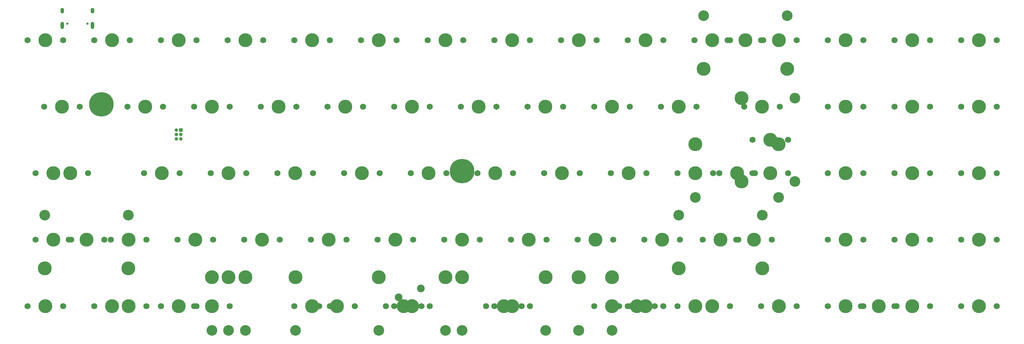
<source format=gbr>
%TF.GenerationSoftware,KiCad,Pcbnew,(7.0.0)*%
%TF.CreationDate,2023-04-22T21:53:19+02:00*%
%TF.ProjectId,qazimodo,71617a69-6d6f-4646-9f2e-6b696361645f,rev?*%
%TF.SameCoordinates,Original*%
%TF.FileFunction,Soldermask,Top*%
%TF.FilePolarity,Negative*%
%FSLAX46Y46*%
G04 Gerber Fmt 4.6, Leading zero omitted, Abs format (unit mm)*
G04 Created by KiCad (PCBNEW (7.0.0)) date 2023-04-22 21:53:19*
%MOMM*%
%LPD*%
G01*
G04 APERTURE LIST*
%ADD10C,1.750000*%
%ADD11C,3.987800*%
%ADD12C,3.048000*%
%ADD13C,4.000000*%
%ADD14C,2.200000*%
%ADD15C,1.000000*%
%ADD16C,7.001300*%
%ADD17C,7.000240*%
%ADD18C,0.650000*%
%ADD19O,1.000000X1.600000*%
%ADD20O,1.000000X2.100000*%
%ADD21O,1.000000X1.000000*%
%ADD22R,1.000000X1.000000*%
G04 APERTURE END LIST*
D10*
%TO.C,MX3*%
X88582500Y-55562500D03*
D11*
X93662500Y-55562500D03*
D10*
X98742500Y-55562500D03*
%TD*%
%TO.C,MX68*%
X317182500Y-131762500D03*
D11*
X322262500Y-131762500D03*
D10*
X327342500Y-131762500D03*
%TD*%
D11*
%TO.C,MX61*%
X174663687Y-123507500D03*
D12*
X174663687Y-138747500D03*
D10*
X181489937Y-131762500D03*
D11*
X186569937Y-131762500D03*
D10*
X191649937Y-131762500D03*
D11*
X198476187Y-123507500D03*
D12*
X198476187Y-138747500D03*
%TD*%
D10*
%TO.C,MX52*%
X279082500Y-112712500D03*
D11*
X284162500Y-112712500D03*
D10*
X289242500Y-112712500D03*
%TD*%
%TO.C,MX34*%
X140970000Y-93662500D03*
D11*
X146050000Y-93662500D03*
D10*
X151130000Y-93662500D03*
%TD*%
%TO.C,MX9*%
X202882500Y-55562500D03*
D11*
X207962500Y-55562500D03*
D10*
X213042500Y-55562500D03*
%TD*%
%TO.C,MX14*%
X298132500Y-55562500D03*
D11*
X303212500Y-55562500D03*
D10*
X308292500Y-55562500D03*
%TD*%
%TO.C,MX27*%
X279082500Y-74612500D03*
D11*
X284162500Y-74612500D03*
D10*
X289242500Y-74612500D03*
%TD*%
%TO.C,MX30a1*%
X52795628Y-93662501D03*
D11*
X57875628Y-93662501D03*
D10*
X62955628Y-93662501D03*
%TD*%
%TO.C,MX42*%
X317182500Y-93662500D03*
D11*
X322262500Y-93662500D03*
D10*
X327342500Y-93662500D03*
%TD*%
%TO.C,MX39a1*%
X236220000Y-93662500D03*
D11*
X241300000Y-93662500D03*
D10*
X246380000Y-93662500D03*
%TD*%
%TO.C,MX50*%
X207645000Y-112712500D03*
D11*
X212725000Y-112712500D03*
D10*
X217805000Y-112712500D03*
%TD*%
D11*
%TO.C,MX60b1*%
X112712500Y-123507500D03*
D12*
X112712500Y-138747500D03*
D10*
X155257500Y-131762500D03*
D11*
X160337500Y-131762500D03*
D10*
X165417500Y-131762500D03*
D11*
X207962500Y-123507500D03*
D12*
X207962500Y-138747500D03*
%TD*%
D10*
%TO.C,MX25*%
X231457500Y-74612500D03*
D11*
X236537500Y-74612500D03*
D10*
X241617500Y-74612500D03*
%TD*%
%TO.C,MX11*%
X240982500Y-55562500D03*
D11*
X246062500Y-55562500D03*
D10*
X251142500Y-55562500D03*
%TD*%
%TO.C,MX62*%
X212407500Y-131762500D03*
D11*
X217487500Y-131762500D03*
D10*
X222567500Y-131762500D03*
%TD*%
%TO.C,MX41*%
X298132500Y-93662500D03*
D11*
X303212500Y-93662500D03*
D10*
X308292500Y-93662500D03*
%TD*%
%TO.C,MX54*%
X317182500Y-112712500D03*
D11*
X322262500Y-112712500D03*
D10*
X327342500Y-112712500D03*
%TD*%
D12*
%TO.C,MX12a1*%
X243681250Y-48577500D03*
D11*
X243681250Y-63817500D03*
D10*
X250507500Y-55562500D03*
D11*
X255587500Y-55562500D03*
D10*
X260667500Y-55562500D03*
D12*
X267493750Y-48577500D03*
D11*
X267493750Y-63817500D03*
%TD*%
D13*
%TO.C,MX60c1*%
X160337500Y-131762500D03*
D14*
X156527500Y-129222500D03*
X162877500Y-126682500D03*
%TD*%
D10*
%TO.C,MX45*%
X112395000Y-112712500D03*
D11*
X117475000Y-112712500D03*
D10*
X122555000Y-112712500D03*
%TD*%
%TO.C,MX67*%
X298132500Y-131762500D03*
D11*
X303212500Y-131762500D03*
D10*
X308292500Y-131762500D03*
%TD*%
%TO.C,MX53*%
X298132500Y-112712500D03*
D11*
X303212500Y-112712500D03*
D10*
X308292500Y-112712500D03*
%TD*%
%TO.C,MX33*%
X121920000Y-93662500D03*
D11*
X127000000Y-93662500D03*
D10*
X132080000Y-93662500D03*
%TD*%
%TO.C,MX8*%
X183832500Y-55562500D03*
D11*
X188912500Y-55562500D03*
D10*
X193992500Y-55562500D03*
%TD*%
%TO.C,MX38*%
X217170000Y-93662500D03*
D11*
X222250000Y-93662500D03*
D10*
X227330000Y-93662500D03*
%TD*%
%TO.C,MX48*%
X169545000Y-112712500D03*
D11*
X174625000Y-112712500D03*
D10*
X179705000Y-112712500D03*
%TD*%
%TO.C,MX19*%
X117157500Y-74612500D03*
D11*
X122237500Y-74612500D03*
D10*
X127317500Y-74612500D03*
%TD*%
D11*
%TO.C,MX26a1*%
X254444500Y-72199500D03*
X254444500Y-96075500D03*
D10*
X257619500Y-84137500D03*
D11*
X262699500Y-84137500D03*
D10*
X267779500Y-84137500D03*
D12*
X269684500Y-72199500D03*
X269684500Y-96075500D03*
%TD*%
D10*
%TO.C,MX10*%
X221932500Y-55562500D03*
D11*
X227012500Y-55562500D03*
D10*
X232092500Y-55562500D03*
%TD*%
%TO.C,MX21*%
X155257500Y-74612500D03*
D11*
X160337500Y-74612500D03*
D10*
X165417500Y-74612500D03*
%TD*%
%TO.C,MX66a1*%
X288607500Y-131762500D03*
D11*
X293687500Y-131762500D03*
D10*
X298767500Y-131762500D03*
%TD*%
%TO.C,MX37*%
X198120000Y-93662500D03*
D11*
X203200000Y-93662500D03*
D10*
X208280000Y-93662500D03*
%TD*%
%TO.C,MX64*%
X236220000Y-131762500D03*
D11*
X241300000Y-131762500D03*
D10*
X246380000Y-131762500D03*
%TD*%
%TO.C,MX46*%
X131445000Y-112712500D03*
D11*
X136525000Y-112712500D03*
D10*
X141605000Y-112712500D03*
%TD*%
D11*
%TO.C,MX39*%
X241268250Y-85407500D03*
D12*
X241268250Y-100647500D03*
D10*
X248094500Y-93662500D03*
D11*
X253174500Y-93662500D03*
D10*
X258254500Y-93662500D03*
D11*
X265080750Y-85407500D03*
D12*
X265080750Y-100647500D03*
%TD*%
D10*
%TO.C,MX44*%
X93345000Y-112712500D03*
D11*
X98425000Y-112712500D03*
D10*
X103505000Y-112712500D03*
%TD*%
%TO.C,MX26*%
X255270000Y-74612500D03*
D11*
X260350000Y-74612500D03*
D10*
X265430000Y-74612500D03*
%TD*%
D11*
%TO.C,MX61a1*%
X169862500Y-123507500D03*
D12*
X169862500Y-138747500D03*
D10*
X183832500Y-131762500D03*
D11*
X188912500Y-131762500D03*
D10*
X193992500Y-131762500D03*
D11*
X207962500Y-123507500D03*
D12*
X207962500Y-138747500D03*
%TD*%
D10*
%TO.C,MX30*%
X57594500Y-93662500D03*
D11*
X62674500Y-93662500D03*
D10*
X67754500Y-93662500D03*
%TD*%
%TO.C,MX40*%
X279082500Y-93662500D03*
D11*
X284162500Y-93662500D03*
D10*
X289242500Y-93662500D03*
%TD*%
%TO.C,MX49*%
X188595000Y-112712500D03*
D11*
X193675000Y-112712500D03*
D10*
X198755000Y-112712500D03*
%TD*%
%TO.C,MX23*%
X193357500Y-74612500D03*
D11*
X198437500Y-74612500D03*
D10*
X203517500Y-74612500D03*
%TD*%
%TO.C,MX24*%
X212407500Y-74612500D03*
D11*
X217487500Y-74612500D03*
D10*
X222567500Y-74612500D03*
%TD*%
%TO.C,MX55*%
X50482500Y-131762500D03*
D11*
X55562500Y-131762500D03*
D10*
X60642500Y-131762500D03*
%TD*%
%TO.C,MX2*%
X69532500Y-55562500D03*
D11*
X74612500Y-55562500D03*
D10*
X79692500Y-55562500D03*
%TD*%
%TO.C,MX31*%
X83820000Y-93662500D03*
D11*
X88900000Y-93662500D03*
D10*
X93980000Y-93662500D03*
%TD*%
%TO.C,MX63b1*%
X219550000Y-131762500D03*
D11*
X224630000Y-131762500D03*
D10*
X229710000Y-131762500D03*
%TD*%
%TO.C,MX58*%
X98107500Y-131762500D03*
D11*
X103187500Y-131762500D03*
D10*
X108267500Y-131762500D03*
%TD*%
%TO.C,MX29*%
X317182500Y-74612500D03*
D11*
X322262500Y-74612500D03*
D10*
X327342500Y-74612500D03*
%TD*%
%TO.C,MX57a1*%
X88582500Y-131762500D03*
D11*
X93662500Y-131762500D03*
D10*
X98742500Y-131762500D03*
%TD*%
%TO.C,MX32*%
X102870000Y-93662500D03*
D11*
X107950000Y-93662500D03*
D10*
X113030000Y-93662500D03*
%TD*%
%TO.C,MX12*%
X260032500Y-55562500D03*
D11*
X265112500Y-55562500D03*
D10*
X270192500Y-55562500D03*
%TD*%
%TO.C,MX17*%
X79057500Y-74612500D03*
D11*
X84137500Y-74612500D03*
D10*
X89217500Y-74612500D03*
%TD*%
%TO.C,MX16*%
X55245000Y-74612500D03*
D11*
X60325000Y-74612500D03*
D10*
X65405000Y-74612500D03*
%TD*%
D11*
%TO.C,MX60a1*%
X107924600Y-123507500D03*
D12*
X107924600Y-138747500D03*
D10*
X152844500Y-131762500D03*
D11*
X157924500Y-131762500D03*
D10*
X163004500Y-131762500D03*
D11*
X207924400Y-123507500D03*
D12*
X207924400Y-138747500D03*
%TD*%
D10*
%TO.C,MX36*%
X179070000Y-93662500D03*
D11*
X184150000Y-93662500D03*
D10*
X189230000Y-93662500D03*
%TD*%
D11*
%TO.C,MX59a1*%
X112712500Y-123507500D03*
D12*
X112712500Y-138747500D03*
D10*
X126682500Y-131762500D03*
D11*
X131762500Y-131762500D03*
D10*
X136842500Y-131762500D03*
D11*
X150812500Y-123507500D03*
D12*
X150812500Y-138747500D03*
%TD*%
%TO.C,MX51b1*%
X236569250Y-105727500D03*
D11*
X236569250Y-120967500D03*
D10*
X243395500Y-112712500D03*
D11*
X248475500Y-112712500D03*
D10*
X253555500Y-112712500D03*
D12*
X260381750Y-105727500D03*
D11*
X260381750Y-120967500D03*
%TD*%
D10*
%TO.C,MX5*%
X126682500Y-55562500D03*
D11*
X131762500Y-55562500D03*
D10*
X136842500Y-55562500D03*
%TD*%
%TO.C,MX7*%
X164782500Y-55562500D03*
D11*
X169862500Y-55562500D03*
D10*
X174942500Y-55562500D03*
%TD*%
%TO.C,MX18*%
X98107500Y-74612500D03*
D11*
X103187500Y-74612500D03*
D10*
X108267500Y-74612500D03*
%TD*%
%TO.C,MX15*%
X317182500Y-55562500D03*
D11*
X322262500Y-55562500D03*
D10*
X327342500Y-55562500D03*
%TD*%
%TO.C,MX56b1*%
X74295000Y-131762500D03*
D11*
X79375000Y-131762500D03*
D10*
X84455000Y-131762500D03*
%TD*%
%TO.C,MX63*%
X221932500Y-131762500D03*
D11*
X227012500Y-131762500D03*
D10*
X232092500Y-131762500D03*
%TD*%
%TO.C,MX4*%
X107632500Y-55562500D03*
D11*
X112712500Y-55562500D03*
D10*
X117792500Y-55562500D03*
%TD*%
%TO.C,MX20*%
X136207500Y-74612500D03*
D11*
X141287500Y-74612500D03*
D10*
X146367500Y-74612500D03*
%TD*%
%TO.C,MX28*%
X298132500Y-74612500D03*
D11*
X303212500Y-74612500D03*
D10*
X308292500Y-74612500D03*
%TD*%
%TO.C,MX51*%
X226695000Y-112712500D03*
D11*
X231775000Y-112712500D03*
D10*
X236855000Y-112712500D03*
%TD*%
%TO.C,MX35*%
X160020000Y-93662500D03*
D11*
X165100000Y-93662500D03*
D10*
X170180000Y-93662500D03*
%TD*%
%TO.C,MX66*%
X279082500Y-131762500D03*
D11*
X284162500Y-131762500D03*
D10*
X289242500Y-131762500D03*
%TD*%
%TO.C,MX51a1*%
X252920500Y-112712500D03*
D11*
X258000500Y-112712500D03*
D10*
X263080500Y-112712500D03*
%TD*%
D11*
%TO.C,MX59*%
X127031750Y-123507500D03*
D12*
X127031750Y-138747500D03*
D10*
X133858000Y-131762500D03*
D11*
X138938000Y-131762500D03*
D10*
X144018000Y-131762500D03*
D11*
X150844250Y-123507500D03*
D12*
X150844250Y-138747500D03*
%TD*%
D10*
%TO.C,MX64b1*%
X240982500Y-131762500D03*
D11*
X246062500Y-131762500D03*
D10*
X251142500Y-131762500D03*
%TD*%
%TO.C,MX47*%
X150495000Y-112712500D03*
D11*
X155575000Y-112712500D03*
D10*
X160655000Y-112712500D03*
%TD*%
D15*
%TO.C,*%
X69325000Y-73991000D03*
X69325000Y-73991000D03*
X69998654Y-72364654D03*
X69998654Y-72364654D03*
X69998654Y-75617346D03*
X69998654Y-75617346D03*
X71625000Y-71691000D03*
X71625000Y-71691000D03*
D16*
X71625000Y-73991000D03*
X71625000Y-73991000D03*
D15*
X71625000Y-76291000D03*
X71625000Y-76291000D03*
X73251346Y-72364654D03*
X73251346Y-72364654D03*
X73251346Y-75617346D03*
X73251346Y-75617346D03*
X73925000Y-73991000D03*
X73925000Y-73991000D03*
D17*
X174625000Y-93091000D03*
X174625000Y-93091000D03*
%TD*%
D10*
%TO.C,MX39b1*%
X257619500Y-93662500D03*
D11*
X262699500Y-93662500D03*
D10*
X267779500Y-93662500D03*
%TD*%
%TO.C,MX56*%
X69532500Y-131762500D03*
D11*
X74612500Y-131762500D03*
D10*
X79692500Y-131762500D03*
%TD*%
%TO.C,MX43b1*%
X74295000Y-112712500D03*
D11*
X79375000Y-112712500D03*
D10*
X84455000Y-112712500D03*
%TD*%
%TO.C,MX43a1*%
X52839685Y-112727971D03*
D11*
X57919685Y-112727971D03*
D10*
X62999685Y-112727971D03*
%TD*%
%TO.C,MX65b1*%
X260032500Y-131762500D03*
D11*
X265112500Y-131762500D03*
D10*
X270192500Y-131762500D03*
%TD*%
%TO.C,MX22*%
X174307500Y-74612500D03*
D11*
X179387500Y-74612500D03*
D10*
X184467500Y-74612500D03*
%TD*%
%TO.C,MX13*%
X279082500Y-55562500D03*
D11*
X284162500Y-55562500D03*
D10*
X289242500Y-55562500D03*
%TD*%
%TO.C,MX6*%
X145732500Y-55562500D03*
D11*
X150812500Y-55562500D03*
D10*
X155892500Y-55562500D03*
%TD*%
D11*
%TO.C,MX60*%
X103187500Y-123507500D03*
D12*
X103187500Y-138747500D03*
D10*
X155257500Y-131762500D03*
D11*
X160337500Y-131762500D03*
D10*
X165417500Y-131762500D03*
D11*
X217487500Y-123507500D03*
D12*
X217487500Y-138747500D03*
%TD*%
D10*
%TO.C,MX1*%
X50482500Y-55562500D03*
D11*
X55562500Y-55562500D03*
D10*
X60642500Y-55562500D03*
%TD*%
D12*
%TO.C,MX43*%
X55467250Y-105727500D03*
D11*
X55467250Y-120967500D03*
D10*
X62293500Y-112712500D03*
D11*
X67373500Y-112712500D03*
D10*
X72453500Y-112712500D03*
D12*
X79279750Y-105727500D03*
D11*
X79279750Y-120967500D03*
%TD*%
D18*
%TO.C,J3*%
X61880000Y-50808000D03*
X67660000Y-50808000D03*
D19*
X60449999Y-47157999D03*
D20*
X60449999Y-51337999D03*
D19*
X69089999Y-47157999D03*
D20*
X69089999Y-51337999D03*
%TD*%
D15*
%TO.C,J1*%
X93037500Y-83820000D03*
D21*
X94307499Y-83819999D03*
X93037499Y-82549999D03*
X94307499Y-82549999D03*
X93037499Y-81279999D03*
D22*
X94307499Y-81279999D03*
%TD*%
M02*

</source>
